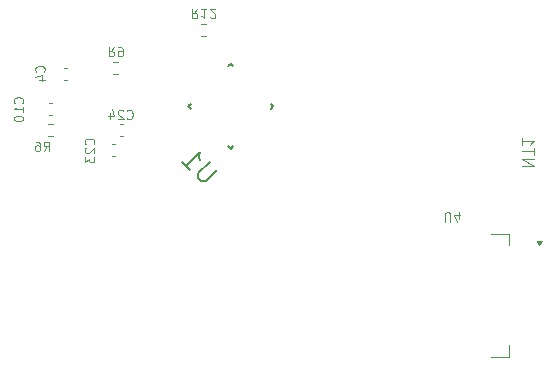
<source format=gbr>
%TF.GenerationSoftware,KiCad,Pcbnew,8.0.1*%
%TF.CreationDate,2025-01-14T19:30:57+01:00*%
%TF.ProjectId,plant caretaker,706c616e-7420-4636-9172-6574616b6572,rev?*%
%TF.SameCoordinates,Original*%
%TF.FileFunction,Legend,Bot*%
%TF.FilePolarity,Positive*%
%FSLAX46Y46*%
G04 Gerber Fmt 4.6, Leading zero omitted, Abs format (unit mm)*
G04 Created by KiCad (PCBNEW 8.0.1) date 2025-01-14 19:30:57*
%MOMM*%
%LPD*%
G01*
G04 APERTURE LIST*
%ADD10C,0.100000*%
%ADD11C,0.150000*%
%ADD12C,0.120000*%
%ADD13C,0.152400*%
G04 APERTURE END LIST*
D10*
X124116667Y-82360104D02*
X123850000Y-82741057D01*
X123659524Y-82360104D02*
X123659524Y-83160104D01*
X123659524Y-83160104D02*
X123964286Y-83160104D01*
X123964286Y-83160104D02*
X124040476Y-83122009D01*
X124040476Y-83122009D02*
X124078571Y-83083914D01*
X124078571Y-83083914D02*
X124116667Y-83007723D01*
X124116667Y-83007723D02*
X124116667Y-82893438D01*
X124116667Y-82893438D02*
X124078571Y-82817247D01*
X124078571Y-82817247D02*
X124040476Y-82779152D01*
X124040476Y-82779152D02*
X123964286Y-82741057D01*
X123964286Y-82741057D02*
X123659524Y-82741057D01*
X124497619Y-82360104D02*
X124650000Y-82360104D01*
X124650000Y-82360104D02*
X124726190Y-82398200D01*
X124726190Y-82398200D02*
X124764286Y-82436295D01*
X124764286Y-82436295D02*
X124840476Y-82550580D01*
X124840476Y-82550580D02*
X124878571Y-82702961D01*
X124878571Y-82702961D02*
X124878571Y-83007723D01*
X124878571Y-83007723D02*
X124840476Y-83083914D01*
X124840476Y-83083914D02*
X124802381Y-83122009D01*
X124802381Y-83122009D02*
X124726190Y-83160104D01*
X124726190Y-83160104D02*
X124573809Y-83160104D01*
X124573809Y-83160104D02*
X124497619Y-83122009D01*
X124497619Y-83122009D02*
X124459524Y-83083914D01*
X124459524Y-83083914D02*
X124421428Y-83007723D01*
X124421428Y-83007723D02*
X124421428Y-82817247D01*
X124421428Y-82817247D02*
X124459524Y-82741057D01*
X124459524Y-82741057D02*
X124497619Y-82702961D01*
X124497619Y-82702961D02*
X124573809Y-82664866D01*
X124573809Y-82664866D02*
X124726190Y-82664866D01*
X124726190Y-82664866D02*
X124802381Y-82702961D01*
X124802381Y-82702961D02*
X124840476Y-82741057D01*
X124840476Y-82741057D02*
X124878571Y-82817247D01*
X118183332Y-91169895D02*
X118449999Y-90788942D01*
X118640475Y-91169895D02*
X118640475Y-90369895D01*
X118640475Y-90369895D02*
X118335713Y-90369895D01*
X118335713Y-90369895D02*
X118259523Y-90407990D01*
X118259523Y-90407990D02*
X118221428Y-90446085D01*
X118221428Y-90446085D02*
X118183332Y-90522276D01*
X118183332Y-90522276D02*
X118183332Y-90636561D01*
X118183332Y-90636561D02*
X118221428Y-90712752D01*
X118221428Y-90712752D02*
X118259523Y-90750847D01*
X118259523Y-90750847D02*
X118335713Y-90788942D01*
X118335713Y-90788942D02*
X118640475Y-90788942D01*
X117497618Y-90369895D02*
X117649999Y-90369895D01*
X117649999Y-90369895D02*
X117726190Y-90407990D01*
X117726190Y-90407990D02*
X117764285Y-90446085D01*
X117764285Y-90446085D02*
X117840475Y-90560371D01*
X117840475Y-90560371D02*
X117878571Y-90712752D01*
X117878571Y-90712752D02*
X117878571Y-91017514D01*
X117878571Y-91017514D02*
X117840475Y-91093704D01*
X117840475Y-91093704D02*
X117802380Y-91131800D01*
X117802380Y-91131800D02*
X117726190Y-91169895D01*
X117726190Y-91169895D02*
X117573809Y-91169895D01*
X117573809Y-91169895D02*
X117497618Y-91131800D01*
X117497618Y-91131800D02*
X117459523Y-91093704D01*
X117459523Y-91093704D02*
X117421428Y-91017514D01*
X117421428Y-91017514D02*
X117421428Y-90827038D01*
X117421428Y-90827038D02*
X117459523Y-90750847D01*
X117459523Y-90750847D02*
X117497618Y-90712752D01*
X117497618Y-90712752D02*
X117573809Y-90674657D01*
X117573809Y-90674657D02*
X117726190Y-90674657D01*
X117726190Y-90674657D02*
X117802380Y-90712752D01*
X117802380Y-90712752D02*
X117840475Y-90750847D01*
X117840475Y-90750847D02*
X117878571Y-90827038D01*
D11*
X132874819Y-92749143D02*
X131935957Y-93688006D01*
X131935957Y-93688006D02*
X131770275Y-93743233D01*
X131770275Y-93743233D02*
X131659820Y-93743233D01*
X131659820Y-93743233D02*
X131494139Y-93688006D01*
X131494139Y-93688006D02*
X131273230Y-93467097D01*
X131273230Y-93467097D02*
X131218003Y-93301415D01*
X131218003Y-93301415D02*
X131218003Y-93190961D01*
X131218003Y-93190961D02*
X131273230Y-93025279D01*
X131273230Y-93025279D02*
X132212093Y-92086416D01*
X129892549Y-92086416D02*
X130555276Y-92749143D01*
X130223913Y-92417780D02*
X131383684Y-91258008D01*
X131383684Y-91258008D02*
X131328457Y-91534144D01*
X131328457Y-91534144D02*
X131328457Y-91755053D01*
X131328457Y-91755053D02*
X131383684Y-91920734D01*
D10*
X122388704Y-90610714D02*
X122426800Y-90572618D01*
X122426800Y-90572618D02*
X122464895Y-90458333D01*
X122464895Y-90458333D02*
X122464895Y-90382142D01*
X122464895Y-90382142D02*
X122426800Y-90267856D01*
X122426800Y-90267856D02*
X122350609Y-90191666D01*
X122350609Y-90191666D02*
X122274419Y-90153571D01*
X122274419Y-90153571D02*
X122122038Y-90115475D01*
X122122038Y-90115475D02*
X122007752Y-90115475D01*
X122007752Y-90115475D02*
X121855371Y-90153571D01*
X121855371Y-90153571D02*
X121779180Y-90191666D01*
X121779180Y-90191666D02*
X121702990Y-90267856D01*
X121702990Y-90267856D02*
X121664895Y-90382142D01*
X121664895Y-90382142D02*
X121664895Y-90458333D01*
X121664895Y-90458333D02*
X121702990Y-90572618D01*
X121702990Y-90572618D02*
X121741085Y-90610714D01*
X121741085Y-90915475D02*
X121702990Y-90953571D01*
X121702990Y-90953571D02*
X121664895Y-91029761D01*
X121664895Y-91029761D02*
X121664895Y-91220237D01*
X121664895Y-91220237D02*
X121702990Y-91296428D01*
X121702990Y-91296428D02*
X121741085Y-91334523D01*
X121741085Y-91334523D02*
X121817276Y-91372618D01*
X121817276Y-91372618D02*
X121893466Y-91372618D01*
X121893466Y-91372618D02*
X122007752Y-91334523D01*
X122007752Y-91334523D02*
X122464895Y-90877380D01*
X122464895Y-90877380D02*
X122464895Y-91372618D01*
X121664895Y-91639285D02*
X121664895Y-92134523D01*
X121664895Y-92134523D02*
X121969657Y-91867857D01*
X121969657Y-91867857D02*
X121969657Y-91982142D01*
X121969657Y-91982142D02*
X122007752Y-92058333D01*
X122007752Y-92058333D02*
X122045847Y-92096428D01*
X122045847Y-92096428D02*
X122122038Y-92134523D01*
X122122038Y-92134523D02*
X122312514Y-92134523D01*
X122312514Y-92134523D02*
X122388704Y-92096428D01*
X122388704Y-92096428D02*
X122426800Y-92058333D01*
X122426800Y-92058333D02*
X122464895Y-91982142D01*
X122464895Y-91982142D02*
X122464895Y-91753571D01*
X122464895Y-91753571D02*
X122426800Y-91677380D01*
X122426800Y-91677380D02*
X122388704Y-91639285D01*
X158667580Y-92402856D02*
X159667580Y-92402856D01*
X159667580Y-92402856D02*
X158667580Y-91831428D01*
X158667580Y-91831428D02*
X159667580Y-91831428D01*
X159667580Y-91498094D02*
X159667580Y-90926666D01*
X158667580Y-91212380D02*
X159667580Y-91212380D01*
X158667580Y-90069523D02*
X158667580Y-90640951D01*
X158667580Y-90355237D02*
X159667580Y-90355237D01*
X159667580Y-90355237D02*
X159524723Y-90450475D01*
X159524723Y-90450475D02*
X159429485Y-90545713D01*
X159429485Y-90545713D02*
X159381866Y-90640951D01*
X118188704Y-84441667D02*
X118226800Y-84403571D01*
X118226800Y-84403571D02*
X118264895Y-84289286D01*
X118264895Y-84289286D02*
X118264895Y-84213095D01*
X118264895Y-84213095D02*
X118226800Y-84098809D01*
X118226800Y-84098809D02*
X118150609Y-84022619D01*
X118150609Y-84022619D02*
X118074419Y-83984524D01*
X118074419Y-83984524D02*
X117922038Y-83946428D01*
X117922038Y-83946428D02*
X117807752Y-83946428D01*
X117807752Y-83946428D02*
X117655371Y-83984524D01*
X117655371Y-83984524D02*
X117579180Y-84022619D01*
X117579180Y-84022619D02*
X117502990Y-84098809D01*
X117502990Y-84098809D02*
X117464895Y-84213095D01*
X117464895Y-84213095D02*
X117464895Y-84289286D01*
X117464895Y-84289286D02*
X117502990Y-84403571D01*
X117502990Y-84403571D02*
X117541085Y-84441667D01*
X117731561Y-85127381D02*
X118264895Y-85127381D01*
X117426800Y-84936905D02*
X117998228Y-84746428D01*
X117998228Y-84746428D02*
X117998228Y-85241667D01*
X131188608Y-79130104D02*
X130921941Y-79511057D01*
X130731465Y-79130104D02*
X130731465Y-79930104D01*
X130731465Y-79930104D02*
X131036227Y-79930104D01*
X131036227Y-79930104D02*
X131112417Y-79892009D01*
X131112417Y-79892009D02*
X131150512Y-79853914D01*
X131150512Y-79853914D02*
X131188608Y-79777723D01*
X131188608Y-79777723D02*
X131188608Y-79663438D01*
X131188608Y-79663438D02*
X131150512Y-79587247D01*
X131150512Y-79587247D02*
X131112417Y-79549152D01*
X131112417Y-79549152D02*
X131036227Y-79511057D01*
X131036227Y-79511057D02*
X130731465Y-79511057D01*
X131950512Y-79130104D02*
X131493369Y-79130104D01*
X131721941Y-79130104D02*
X131721941Y-79930104D01*
X131721941Y-79930104D02*
X131645750Y-79815819D01*
X131645750Y-79815819D02*
X131569560Y-79739628D01*
X131569560Y-79739628D02*
X131493369Y-79701533D01*
X132255274Y-79853914D02*
X132293370Y-79892009D01*
X132293370Y-79892009D02*
X132369560Y-79930104D01*
X132369560Y-79930104D02*
X132560036Y-79930104D01*
X132560036Y-79930104D02*
X132636227Y-79892009D01*
X132636227Y-79892009D02*
X132674322Y-79853914D01*
X132674322Y-79853914D02*
X132712417Y-79777723D01*
X132712417Y-79777723D02*
X132712417Y-79701533D01*
X132712417Y-79701533D02*
X132674322Y-79587247D01*
X132674322Y-79587247D02*
X132217179Y-79130104D01*
X132217179Y-79130104D02*
X132712417Y-79130104D01*
X116363704Y-87110714D02*
X116401800Y-87072618D01*
X116401800Y-87072618D02*
X116439895Y-86958333D01*
X116439895Y-86958333D02*
X116439895Y-86882142D01*
X116439895Y-86882142D02*
X116401800Y-86767856D01*
X116401800Y-86767856D02*
X116325609Y-86691666D01*
X116325609Y-86691666D02*
X116249419Y-86653571D01*
X116249419Y-86653571D02*
X116097038Y-86615475D01*
X116097038Y-86615475D02*
X115982752Y-86615475D01*
X115982752Y-86615475D02*
X115830371Y-86653571D01*
X115830371Y-86653571D02*
X115754180Y-86691666D01*
X115754180Y-86691666D02*
X115677990Y-86767856D01*
X115677990Y-86767856D02*
X115639895Y-86882142D01*
X115639895Y-86882142D02*
X115639895Y-86958333D01*
X115639895Y-86958333D02*
X115677990Y-87072618D01*
X115677990Y-87072618D02*
X115716085Y-87110714D01*
X116439895Y-87872618D02*
X116439895Y-87415475D01*
X116439895Y-87644047D02*
X115639895Y-87644047D01*
X115639895Y-87644047D02*
X115754180Y-87567856D01*
X115754180Y-87567856D02*
X115830371Y-87491666D01*
X115830371Y-87491666D02*
X115868466Y-87415475D01*
X115639895Y-88367857D02*
X115639895Y-88444047D01*
X115639895Y-88444047D02*
X115677990Y-88520238D01*
X115677990Y-88520238D02*
X115716085Y-88558333D01*
X115716085Y-88558333D02*
X115792276Y-88596428D01*
X115792276Y-88596428D02*
X115944657Y-88634523D01*
X115944657Y-88634523D02*
X116135133Y-88634523D01*
X116135133Y-88634523D02*
X116287514Y-88596428D01*
X116287514Y-88596428D02*
X116363704Y-88558333D01*
X116363704Y-88558333D02*
X116401800Y-88520238D01*
X116401800Y-88520238D02*
X116439895Y-88444047D01*
X116439895Y-88444047D02*
X116439895Y-88367857D01*
X116439895Y-88367857D02*
X116401800Y-88291666D01*
X116401800Y-88291666D02*
X116363704Y-88253571D01*
X116363704Y-88253571D02*
X116287514Y-88215476D01*
X116287514Y-88215476D02*
X116135133Y-88177380D01*
X116135133Y-88177380D02*
X115944657Y-88177380D01*
X115944657Y-88177380D02*
X115792276Y-88215476D01*
X115792276Y-88215476D02*
X115716085Y-88253571D01*
X115716085Y-88253571D02*
X115677990Y-88291666D01*
X115677990Y-88291666D02*
X115639895Y-88367857D01*
X152140476Y-97160104D02*
X152140476Y-96512485D01*
X152140476Y-96512485D02*
X152178571Y-96436295D01*
X152178571Y-96436295D02*
X152216666Y-96398200D01*
X152216666Y-96398200D02*
X152292857Y-96360104D01*
X152292857Y-96360104D02*
X152445238Y-96360104D01*
X152445238Y-96360104D02*
X152521428Y-96398200D01*
X152521428Y-96398200D02*
X152559523Y-96436295D01*
X152559523Y-96436295D02*
X152597619Y-96512485D01*
X152597619Y-96512485D02*
X152597619Y-97160104D01*
X153321428Y-96893438D02*
X153321428Y-96360104D01*
X153130952Y-97198200D02*
X152940475Y-96626771D01*
X152940475Y-96626771D02*
X153435714Y-96626771D01*
X125214285Y-88413704D02*
X125252381Y-88451800D01*
X125252381Y-88451800D02*
X125366666Y-88489895D01*
X125366666Y-88489895D02*
X125442857Y-88489895D01*
X125442857Y-88489895D02*
X125557143Y-88451800D01*
X125557143Y-88451800D02*
X125633333Y-88375609D01*
X125633333Y-88375609D02*
X125671428Y-88299419D01*
X125671428Y-88299419D02*
X125709524Y-88147038D01*
X125709524Y-88147038D02*
X125709524Y-88032752D01*
X125709524Y-88032752D02*
X125671428Y-87880371D01*
X125671428Y-87880371D02*
X125633333Y-87804180D01*
X125633333Y-87804180D02*
X125557143Y-87727990D01*
X125557143Y-87727990D02*
X125442857Y-87689895D01*
X125442857Y-87689895D02*
X125366666Y-87689895D01*
X125366666Y-87689895D02*
X125252381Y-87727990D01*
X125252381Y-87727990D02*
X125214285Y-87766085D01*
X124909524Y-87766085D02*
X124871428Y-87727990D01*
X124871428Y-87727990D02*
X124795238Y-87689895D01*
X124795238Y-87689895D02*
X124604762Y-87689895D01*
X124604762Y-87689895D02*
X124528571Y-87727990D01*
X124528571Y-87727990D02*
X124490476Y-87766085D01*
X124490476Y-87766085D02*
X124452381Y-87842276D01*
X124452381Y-87842276D02*
X124452381Y-87918466D01*
X124452381Y-87918466D02*
X124490476Y-88032752D01*
X124490476Y-88032752D02*
X124947619Y-88489895D01*
X124947619Y-88489895D02*
X124452381Y-88489895D01*
X123766666Y-87956561D02*
X123766666Y-88489895D01*
X123957142Y-87651800D02*
X124147619Y-88223228D01*
X124147619Y-88223228D02*
X123652380Y-88223228D01*
D12*
%TO.C,R9*%
X124012742Y-83602500D02*
X124487258Y-83602500D01*
X124012742Y-84647500D02*
X124487258Y-84647500D01*
%TO.C,R6*%
X118987258Y-88852500D02*
X118512742Y-88852500D01*
X118987258Y-89897500D02*
X118512742Y-89897500D01*
D13*
%TO.C,U1*%
X130410792Y-87375000D02*
X130626318Y-87590526D01*
X130626318Y-87159474D02*
X130410792Y-87375000D01*
X133787368Y-90751576D02*
X134002894Y-90967102D01*
X134002894Y-83782898D02*
X133787368Y-83998424D01*
X134002894Y-90967102D02*
X134218420Y-90751576D01*
X134218420Y-83998424D02*
X134002894Y-83782898D01*
X137379470Y-87590526D02*
X137594996Y-87375000D01*
X137594996Y-87375000D02*
X137379470Y-87159474D01*
D12*
%TO.C,C23*%
X124240580Y-90615000D02*
X123959420Y-90615000D01*
X124240580Y-91635000D02*
X123959420Y-91635000D01*
%TO.C,C4*%
X119859420Y-84115000D02*
X120140580Y-84115000D01*
X119859420Y-85135000D02*
X120140580Y-85135000D01*
%TO.C,R12*%
X131465636Y-80402500D02*
X131940152Y-80402500D01*
X131465636Y-81447500D02*
X131940152Y-81447500D01*
%TO.C,C10*%
X118890580Y-87115000D02*
X118609420Y-87115000D01*
X118890580Y-88135000D02*
X118609420Y-88135000D01*
%TO.C,U4*%
X157575000Y-98175000D02*
X156075000Y-98175000D01*
X157575000Y-99125000D02*
X157575000Y-98175000D01*
X157575000Y-107625000D02*
X157575000Y-108575000D01*
X157575000Y-108575000D02*
X156075000Y-108575000D01*
X160137500Y-99125000D02*
X159897500Y-98795000D01*
X160377500Y-98795000D01*
X160137500Y-99125000D01*
G36*
X160137500Y-99125000D02*
G01*
X159897500Y-98795000D01*
X160377500Y-98795000D01*
X160137500Y-99125000D01*
G37*
%TO.C,C24*%
X124890580Y-88865000D02*
X124609420Y-88865000D01*
X124890580Y-89885000D02*
X124609420Y-89885000D01*
%TD*%
M02*

</source>
